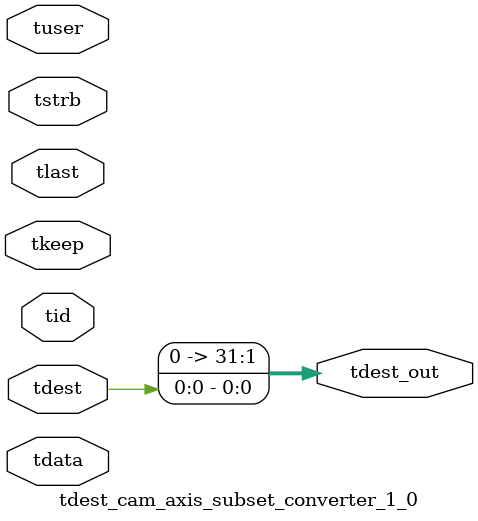
<source format=v>


`timescale 1ps/1ps

module tdest_cam_axis_subset_converter_1_0 #
(
parameter C_S_AXIS_TDATA_WIDTH = 32,
parameter C_S_AXIS_TUSER_WIDTH = 0,
parameter C_S_AXIS_TID_WIDTH   = 0,
parameter C_S_AXIS_TDEST_WIDTH = 0,
parameter C_M_AXIS_TDEST_WIDTH = 32
)
(
input  [(C_S_AXIS_TDATA_WIDTH == 0 ? 1 : C_S_AXIS_TDATA_WIDTH)-1:0     ] tdata,
input  [(C_S_AXIS_TUSER_WIDTH == 0 ? 1 : C_S_AXIS_TUSER_WIDTH)-1:0     ] tuser,
input  [(C_S_AXIS_TID_WIDTH   == 0 ? 1 : C_S_AXIS_TID_WIDTH)-1:0       ] tid,
input  [(C_S_AXIS_TDEST_WIDTH == 0 ? 1 : C_S_AXIS_TDEST_WIDTH)-1:0     ] tdest,
input  [(C_S_AXIS_TDATA_WIDTH/8)-1:0 ] tkeep,
input  [(C_S_AXIS_TDATA_WIDTH/8)-1:0 ] tstrb,
input                                                                    tlast,
output [C_M_AXIS_TDEST_WIDTH-1:0] tdest_out
);

assign tdest_out = {tdest[0:0]};

endmodule


</source>
